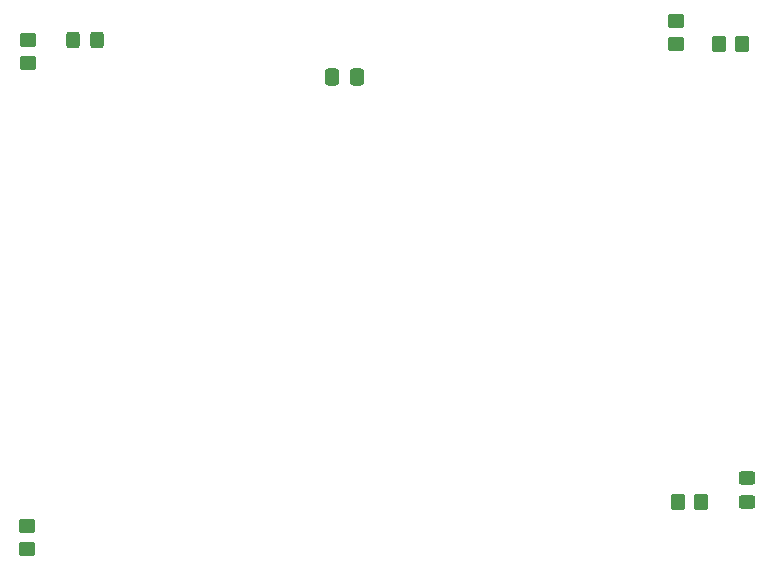
<source format=gbr>
%TF.GenerationSoftware,KiCad,Pcbnew,8.0.4*%
%TF.CreationDate,2024-09-06T13:05:26+08:00*%
%TF.ProjectId,Sensor Board,53656e73-6f72-4204-926f-6172642e6b69,rev?*%
%TF.SameCoordinates,Original*%
%TF.FileFunction,Paste,Top*%
%TF.FilePolarity,Positive*%
%FSLAX46Y46*%
G04 Gerber Fmt 4.6, Leading zero omitted, Abs format (unit mm)*
G04 Created by KiCad (PCBNEW 8.0.4) date 2024-09-06 13:05:26*
%MOMM*%
%LPD*%
G01*
G04 APERTURE LIST*
G04 Aperture macros list*
%AMRoundRect*
0 Rectangle with rounded corners*
0 $1 Rounding radius*
0 $2 $3 $4 $5 $6 $7 $8 $9 X,Y pos of 4 corners*
0 Add a 4 corners polygon primitive as box body*
4,1,4,$2,$3,$4,$5,$6,$7,$8,$9,$2,$3,0*
0 Add four circle primitives for the rounded corners*
1,1,$1+$1,$2,$3*
1,1,$1+$1,$4,$5*
1,1,$1+$1,$6,$7*
1,1,$1+$1,$8,$9*
0 Add four rect primitives between the rounded corners*
20,1,$1+$1,$2,$3,$4,$5,0*
20,1,$1+$1,$4,$5,$6,$7,0*
20,1,$1+$1,$6,$7,$8,$9,0*
20,1,$1+$1,$8,$9,$2,$3,0*%
G04 Aperture macros list end*
%ADD10RoundRect,0.250000X-0.337500X-0.475000X0.337500X-0.475000X0.337500X0.475000X-0.337500X0.475000X0*%
%ADD11RoundRect,0.250000X0.450000X-0.350000X0.450000X0.350000X-0.450000X0.350000X-0.450000X-0.350000X0*%
%ADD12RoundRect,0.250000X0.450000X-0.325000X0.450000X0.325000X-0.450000X0.325000X-0.450000X-0.325000X0*%
%ADD13RoundRect,0.250000X0.350000X0.450000X-0.350000X0.450000X-0.350000X-0.450000X0.350000X-0.450000X0*%
%ADD14RoundRect,0.250000X-0.325000X-0.450000X0.325000X-0.450000X0.325000X0.450000X-0.325000X0.450000X0*%
%ADD15RoundRect,0.250000X-0.350000X-0.450000X0.350000X-0.450000X0.350000X0.450000X-0.350000X0.450000X0*%
G04 APERTURE END LIST*
D10*
%TO.C,C1*%
X121771500Y-81915000D03*
X123846500Y-81915000D03*
%TD*%
D11*
%TO.C,R6*%
X95902000Y-121902000D03*
X95902000Y-119902000D03*
%TD*%
%TO.C,R2*%
X96012000Y-80756000D03*
X96012000Y-78756000D03*
%TD*%
D12*
%TO.C,D2*%
X156919000Y-117930000D03*
X156919000Y-115880000D03*
%TD*%
D13*
%TO.C,R4*%
X156474336Y-79131336D03*
X154474336Y-79131336D03*
%TD*%
D14*
%TO.C,D1*%
X99813000Y-78740000D03*
X101863000Y-78740000D03*
%TD*%
D11*
%TO.C,R5*%
X150876000Y-79133336D03*
X150876000Y-77133336D03*
%TD*%
D15*
%TO.C,R3*%
X151031000Y-117856000D03*
X153031000Y-117856000D03*
%TD*%
M02*

</source>
